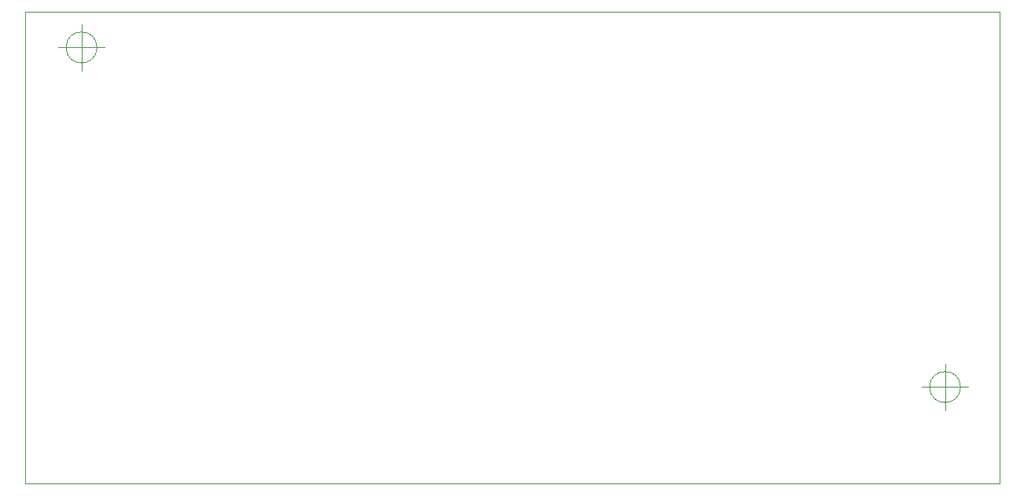
<source format=gbr>
G04 #@! TF.GenerationSoftware,KiCad,Pcbnew,(5.1.5)-3*
G04 #@! TF.CreationDate,2020-01-27T11:44:28-05:00*
G04 #@! TF.ProjectId,Main Board,4d61696e-2042-46f6-9172-642e6b696361,rev?*
G04 #@! TF.SameCoordinates,Original*
G04 #@! TF.FileFunction,Profile,NP*
%FSLAX46Y46*%
G04 Gerber Fmt 4.6, Leading zero omitted, Abs format (unit mm)*
G04 Created by KiCad (PCBNEW (5.1.5)-3) date 2020-01-27 11:44:28*
%MOMM*%
%LPD*%
G04 APERTURE LIST*
%ADD10C,0.100000*%
G04 APERTURE END LIST*
D10*
X178562000Y-40640000D02*
X178562000Y-91440000D01*
X73660000Y-40640000D02*
X178562000Y-40640000D01*
X73660000Y-91440000D02*
X73660000Y-40640000D01*
X178562000Y-91440000D02*
X73660000Y-91440000D01*
X174386666Y-81026000D02*
G75*
G03X174386666Y-81026000I-1666666J0D01*
G01*
X170220000Y-81026000D02*
X175220000Y-81026000D01*
X172720000Y-78526000D02*
X172720000Y-83526000D01*
X81422666Y-44450000D02*
G75*
G03X81422666Y-44450000I-1666666J0D01*
G01*
X77256000Y-44450000D02*
X82256000Y-44450000D01*
X79756000Y-41950000D02*
X79756000Y-46950000D01*
M02*

</source>
